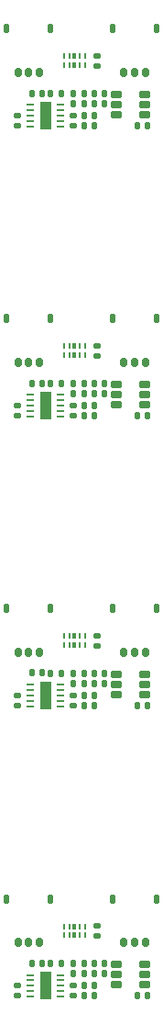
<source format=gbr>
%TF.GenerationSoftware,KiCad,Pcbnew,8.0.4*%
%TF.CreationDate,2024-12-12T20:15:43+01:00*%
%TF.ProjectId,Combined_Module_Panel,436f6d62-696e-4656-945f-4d6f64756c65,rev?*%
%TF.SameCoordinates,Original*%
%TF.FileFunction,Paste,Bot*%
%TF.FilePolarity,Positive*%
%FSLAX46Y46*%
G04 Gerber Fmt 4.6, Leading zero omitted, Abs format (unit mm)*
G04 Created by KiCad (PCBNEW 8.0.4) date 2024-12-12 20:15:43*
%MOMM*%
%LPD*%
G01*
G04 APERTURE LIST*
G04 Aperture macros list*
%AMRoundRect*
0 Rectangle with rounded corners*
0 $1 Rounding radius*
0 $2 $3 $4 $5 $6 $7 $8 $9 X,Y pos of 4 corners*
0 Add a 4 corners polygon primitive as box body*
4,1,4,$2,$3,$4,$5,$6,$7,$8,$9,$2,$3,0*
0 Add four circle primitives for the rounded corners*
1,1,$1+$1,$2,$3*
1,1,$1+$1,$4,$5*
1,1,$1+$1,$6,$7*
1,1,$1+$1,$8,$9*
0 Add four rect primitives between the rounded corners*
20,1,$1+$1,$2,$3,$4,$5,0*
20,1,$1+$1,$4,$5,$6,$7,0*
20,1,$1+$1,$6,$7,$8,$9,0*
20,1,$1+$1,$8,$9,$2,$3,0*%
G04 Aperture macros list end*
%ADD10RoundRect,0.142500X0.142500X0.167500X-0.142500X0.167500X-0.142500X-0.167500X0.142500X-0.167500X0*%
%ADD11RoundRect,0.105000X0.420000X1.170000X-0.420000X1.170000X-0.420000X-1.170000X0.420000X-1.170000X0*%
%ADD12RoundRect,0.060000X0.240000X0.060000X-0.240000X0.060000X-0.240000X-0.060000X0.240000X-0.060000X0*%
%ADD13RoundRect,0.137500X-0.137500X-0.262500X0.137500X-0.262500X0.137500X0.262500X-0.137500X0.262500X0*%
%ADD14RoundRect,0.175000X-0.175000X-0.225000X0.175000X-0.225000X0.175000X0.225000X-0.175000X0.225000X0*%
%ADD15RoundRect,0.142500X-0.142500X-0.167500X0.142500X-0.167500X0.142500X0.167500X-0.142500X0.167500X0*%
%ADD16RoundRect,0.050000X-0.050000X0.232500X-0.050000X-0.232500X0.050000X-0.232500X0.050000X0.232500X0*%
%ADD17RoundRect,0.100000X-0.100000X0.182500X-0.100000X-0.182500X0.100000X-0.182500X0.100000X0.182500X0*%
%ADD18RoundRect,0.142500X-0.167500X0.142500X-0.167500X-0.142500X0.167500X-0.142500X0.167500X0.142500X0*%
%ADD19RoundRect,0.150000X-0.400000X-0.150000X0.400000X-0.150000X0.400000X0.150000X-0.400000X0.150000X0*%
%ADD20RoundRect,0.142500X0.167500X-0.142500X0.167500X0.142500X-0.167500X0.142500X-0.167500X-0.142500X0*%
G04 APERTURE END LIST*
D10*
%TO.C,C30*%
X148385581Y-135751103D03*
X149345581Y-135751103D03*
%TD*%
D11*
%TO.C,U3*%
X139915581Y-134811103D03*
D12*
X138515581Y-133811103D03*
X138515581Y-134311103D03*
X138515581Y-134811103D03*
X138515581Y-135311103D03*
X138515581Y-135811103D03*
X141315581Y-135811103D03*
X141315581Y-135311103D03*
X141315581Y-134811103D03*
X141315581Y-134311103D03*
X141315581Y-133811103D03*
%TD*%
D13*
%TO.C,J10*%
X140388581Y-126790703D03*
X136338581Y-126790703D03*
D14*
X139363581Y-130790703D03*
X138363581Y-130790703D03*
X137363581Y-130790703D03*
%TD*%
D10*
%TO.C,C17*%
X140380581Y-132731103D03*
X141340581Y-132731103D03*
%TD*%
D15*
%TO.C,R61*%
X143460581Y-132741103D03*
X142500581Y-132741103D03*
%TD*%
%TO.C,C18*%
X139590581Y-132721103D03*
X138630581Y-132721103D03*
%TD*%
%TO.C,C79*%
X145380581Y-132761103D03*
X144420581Y-132761103D03*
%TD*%
%TO.C,R62*%
X143460581Y-133671103D03*
X142500581Y-133671103D03*
%TD*%
%TO.C,C80*%
X145380581Y-133681103D03*
X144420581Y-133681103D03*
%TD*%
D16*
%TO.C,U7*%
X141598059Y-130157603D03*
X142098059Y-130157603D03*
D17*
X142598059Y-130157603D03*
D16*
X143098059Y-130157603D03*
X143598059Y-130157603D03*
X143598059Y-129322603D03*
X143098059Y-129322603D03*
D17*
X142598059Y-129322603D03*
D16*
X142098059Y-129322603D03*
X141598059Y-129322603D03*
%TD*%
D10*
%TO.C,R3*%
X143460581Y-135716103D03*
X144420581Y-135716103D03*
%TD*%
D18*
%TO.C,R4*%
X137325581Y-135716103D03*
X137325581Y-134756103D03*
%TD*%
D10*
%TO.C,R10*%
X143460581Y-134756103D03*
X144420581Y-134756103D03*
%TD*%
D19*
%TO.C,U23*%
X149085581Y-134731103D03*
X149085581Y-133781103D03*
X149085581Y-132831103D03*
X146485581Y-132831103D03*
X146485581Y-133781103D03*
X146485581Y-134731103D03*
%TD*%
D18*
%TO.C,C29*%
X142500581Y-135716103D03*
X142500581Y-134756103D03*
%TD*%
D20*
%TO.C,C27*%
X144693381Y-129260103D03*
X144693381Y-130220103D03*
%TD*%
D13*
%TO.C,J12*%
X150161581Y-126790703D03*
X146111581Y-126790703D03*
D14*
X149136581Y-130790703D03*
X148136581Y-130790703D03*
X147136581Y-130790703D03*
%TD*%
D10*
%TO.C,C30*%
X148385581Y-108980722D03*
X149345581Y-108980722D03*
%TD*%
D11*
%TO.C,U3*%
X139915581Y-108040722D03*
D12*
X138515581Y-107040722D03*
X138515581Y-107540722D03*
X138515581Y-108040722D03*
X138515581Y-108540722D03*
X138515581Y-109040722D03*
X141315581Y-109040722D03*
X141315581Y-108540722D03*
X141315581Y-108040722D03*
X141315581Y-107540722D03*
X141315581Y-107040722D03*
%TD*%
D13*
%TO.C,J10*%
X140388581Y-100020322D03*
X136338581Y-100020322D03*
D14*
X139363581Y-104020322D03*
X138363581Y-104020322D03*
X137363581Y-104020322D03*
%TD*%
D10*
%TO.C,C17*%
X140380581Y-105960722D03*
X141340581Y-105960722D03*
%TD*%
D15*
%TO.C,R61*%
X143460581Y-105970722D03*
X142500581Y-105970722D03*
%TD*%
%TO.C,C18*%
X139590581Y-105950722D03*
X138630581Y-105950722D03*
%TD*%
%TO.C,C79*%
X145380581Y-105990722D03*
X144420581Y-105990722D03*
%TD*%
%TO.C,R62*%
X143460581Y-106900722D03*
X142500581Y-106900722D03*
%TD*%
%TO.C,C80*%
X145380581Y-106910722D03*
X144420581Y-106910722D03*
%TD*%
D16*
%TO.C,U7*%
X141598059Y-103387222D03*
X142098059Y-103387222D03*
D17*
X142598059Y-103387222D03*
D16*
X143098059Y-103387222D03*
X143598059Y-103387222D03*
X143598059Y-102552222D03*
X143098059Y-102552222D03*
D17*
X142598059Y-102552222D03*
D16*
X142098059Y-102552222D03*
X141598059Y-102552222D03*
%TD*%
D10*
%TO.C,R3*%
X143460581Y-108945722D03*
X144420581Y-108945722D03*
%TD*%
D18*
%TO.C,R4*%
X137325581Y-108945722D03*
X137325581Y-107985722D03*
%TD*%
D10*
%TO.C,R10*%
X143460581Y-107985722D03*
X144420581Y-107985722D03*
%TD*%
D19*
%TO.C,U23*%
X149085581Y-107960722D03*
X149085581Y-107010722D03*
X149085581Y-106060722D03*
X146485581Y-106060722D03*
X146485581Y-107010722D03*
X146485581Y-107960722D03*
%TD*%
D18*
%TO.C,C29*%
X142500581Y-108945722D03*
X142500581Y-107985722D03*
%TD*%
D20*
%TO.C,C27*%
X144693381Y-102489722D03*
X144693381Y-103449722D03*
%TD*%
D13*
%TO.C,J12*%
X150161581Y-100020322D03*
X146111581Y-100020322D03*
D14*
X149136581Y-104020322D03*
X148136581Y-104020322D03*
X147136581Y-104020322D03*
%TD*%
D10*
%TO.C,C30*%
X148385581Y-82227722D03*
X149345581Y-82227722D03*
%TD*%
D11*
%TO.C,U3*%
X139915581Y-81287722D03*
D12*
X138515581Y-80287722D03*
X138515581Y-80787722D03*
X138515581Y-81287722D03*
X138515581Y-81787722D03*
X138515581Y-82287722D03*
X141315581Y-82287722D03*
X141315581Y-81787722D03*
X141315581Y-81287722D03*
X141315581Y-80787722D03*
X141315581Y-80287722D03*
%TD*%
D13*
%TO.C,J10*%
X140388581Y-73267322D03*
X136338581Y-73267322D03*
D14*
X139363581Y-77267322D03*
X138363581Y-77267322D03*
X137363581Y-77267322D03*
%TD*%
D10*
%TO.C,C17*%
X140380581Y-79207722D03*
X141340581Y-79207722D03*
%TD*%
D15*
%TO.C,R61*%
X143460581Y-79217722D03*
X142500581Y-79217722D03*
%TD*%
%TO.C,C18*%
X139590581Y-79197722D03*
X138630581Y-79197722D03*
%TD*%
%TO.C,C79*%
X145380581Y-79237722D03*
X144420581Y-79237722D03*
%TD*%
%TO.C,R62*%
X143460581Y-80147722D03*
X142500581Y-80147722D03*
%TD*%
%TO.C,C80*%
X145380581Y-80157722D03*
X144420581Y-80157722D03*
%TD*%
D16*
%TO.C,U7*%
X141598059Y-76634222D03*
X142098059Y-76634222D03*
D17*
X142598059Y-76634222D03*
D16*
X143098059Y-76634222D03*
X143598059Y-76634222D03*
X143598059Y-75799222D03*
X143098059Y-75799222D03*
D17*
X142598059Y-75799222D03*
D16*
X142098059Y-75799222D03*
X141598059Y-75799222D03*
%TD*%
D10*
%TO.C,R3*%
X143460581Y-82192722D03*
X144420581Y-82192722D03*
%TD*%
D18*
%TO.C,R4*%
X137325581Y-82192722D03*
X137325581Y-81232722D03*
%TD*%
D10*
%TO.C,R10*%
X143460581Y-81232722D03*
X144420581Y-81232722D03*
%TD*%
D19*
%TO.C,U23*%
X149085581Y-81207722D03*
X149085581Y-80257722D03*
X149085581Y-79307722D03*
X146485581Y-79307722D03*
X146485581Y-80257722D03*
X146485581Y-81207722D03*
%TD*%
D18*
%TO.C,C29*%
X142500581Y-82192722D03*
X142500581Y-81232722D03*
%TD*%
D20*
%TO.C,C27*%
X144693381Y-75736722D03*
X144693381Y-76696722D03*
%TD*%
D13*
%TO.C,J12*%
X150161581Y-73267322D03*
X146111581Y-73267322D03*
D14*
X149136581Y-77267322D03*
X148136581Y-77267322D03*
X147136581Y-77267322D03*
%TD*%
D20*
%TO.C,C27*%
X144693381Y-48983722D03*
X144693381Y-49943722D03*
%TD*%
D18*
%TO.C,C29*%
X142500581Y-55439722D03*
X142500581Y-54479722D03*
%TD*%
D13*
%TO.C,J12*%
X150161581Y-46514322D03*
X146111581Y-46514322D03*
D14*
X149136581Y-50514322D03*
X148136581Y-50514322D03*
X147136581Y-50514322D03*
%TD*%
D19*
%TO.C,U23*%
X149085581Y-54454722D03*
X149085581Y-53504722D03*
X149085581Y-52554722D03*
X146485581Y-52554722D03*
X146485581Y-53504722D03*
X146485581Y-54454722D03*
%TD*%
D10*
%TO.C,R10*%
X143460581Y-54479722D03*
X144420581Y-54479722D03*
%TD*%
D18*
%TO.C,R4*%
X137325581Y-55439722D03*
X137325581Y-54479722D03*
%TD*%
D15*
%TO.C,C79*%
X145380581Y-52484722D03*
X144420581Y-52484722D03*
%TD*%
D10*
%TO.C,C17*%
X140380581Y-52454722D03*
X141340581Y-52454722D03*
%TD*%
D15*
%TO.C,C18*%
X139590581Y-52444722D03*
X138630581Y-52444722D03*
%TD*%
D13*
%TO.C,J10*%
X140388581Y-46514322D03*
X136338581Y-46514322D03*
D14*
X139363581Y-50514322D03*
X138363581Y-50514322D03*
X137363581Y-50514322D03*
%TD*%
D15*
%TO.C,R61*%
X143460581Y-52464722D03*
X142500581Y-52464722D03*
%TD*%
D11*
%TO.C,U3*%
X139915581Y-54534722D03*
D12*
X138515581Y-53534722D03*
X138515581Y-54034722D03*
X138515581Y-54534722D03*
X138515581Y-55034722D03*
X138515581Y-55534722D03*
X141315581Y-55534722D03*
X141315581Y-55034722D03*
X141315581Y-54534722D03*
X141315581Y-54034722D03*
X141315581Y-53534722D03*
%TD*%
D15*
%TO.C,C80*%
X145380581Y-53404722D03*
X144420581Y-53404722D03*
%TD*%
D10*
%TO.C,C30*%
X148385581Y-55474722D03*
X149345581Y-55474722D03*
%TD*%
D16*
%TO.C,U7*%
X141598059Y-49881222D03*
X142098059Y-49881222D03*
D17*
X142598059Y-49881222D03*
D16*
X143098059Y-49881222D03*
X143598059Y-49881222D03*
X143598059Y-49046222D03*
X143098059Y-49046222D03*
D17*
X142598059Y-49046222D03*
D16*
X142098059Y-49046222D03*
X141598059Y-49046222D03*
%TD*%
D15*
%TO.C,R62*%
X143460581Y-53394722D03*
X142500581Y-53394722D03*
%TD*%
D10*
%TO.C,R3*%
X143460581Y-55439722D03*
X144420581Y-55439722D03*
%TD*%
M02*

</source>
